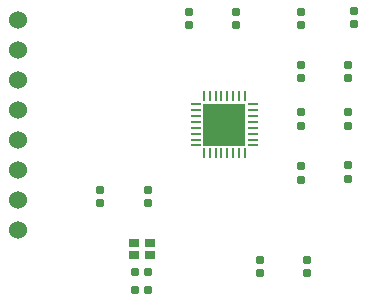
<source format=gbr>
%TF.GenerationSoftware,KiCad,Pcbnew,8.0.1*%
%TF.CreationDate,2024-07-06T10:14:10-04:00*%
%TF.ProjectId,O2 Macrodevice NFC Board KiCad,4f32204d-6163-4726-9f64-657669636520,rev?*%
%TF.SameCoordinates,Original*%
%TF.FileFunction,Soldermask,Top*%
%TF.FilePolarity,Negative*%
%FSLAX46Y46*%
G04 Gerber Fmt 4.6, Leading zero omitted, Abs format (unit mm)*
G04 Created by KiCad (PCBNEW 8.0.1) date 2024-07-06 10:14:10*
%MOMM*%
%LPD*%
G01*
G04 APERTURE LIST*
G04 Aperture macros list*
%AMRoundRect*
0 Rectangle with rounded corners*
0 $1 Rounding radius*
0 $2 $3 $4 $5 $6 $7 $8 $9 X,Y pos of 4 corners*
0 Add a 4 corners polygon primitive as box body*
4,1,4,$2,$3,$4,$5,$6,$7,$8,$9,$2,$3,0*
0 Add four circle primitives for the rounded corners*
1,1,$1+$1,$2,$3*
1,1,$1+$1,$4,$5*
1,1,$1+$1,$6,$7*
1,1,$1+$1,$8,$9*
0 Add four rect primitives between the rounded corners*
20,1,$1+$1,$2,$3,$4,$5,0*
20,1,$1+$1,$4,$5,$6,$7,0*
20,1,$1+$1,$6,$7,$8,$9,0*
20,1,$1+$1,$8,$9,$2,$3,0*%
G04 Aperture macros list end*
%ADD10R,0.838200X0.762000*%
%ADD11R,0.254000X0.812800*%
%ADD12R,0.812800X0.254000*%
%ADD13R,3.606800X3.606800*%
%ADD14C,1.524000*%
%ADD15RoundRect,0.155000X0.155000X-0.212500X0.155000X0.212500X-0.155000X0.212500X-0.155000X-0.212500X0*%
%ADD16RoundRect,0.155000X-0.155000X0.212500X-0.155000X-0.212500X0.155000X-0.212500X0.155000X0.212500X0*%
%ADD17RoundRect,0.155000X-0.212500X-0.155000X0.212500X-0.155000X0.212500X0.155000X-0.212500X0.155000X0*%
%ADD18RoundRect,0.155000X0.212500X0.155000X-0.212500X0.155000X-0.212500X-0.155000X0.212500X-0.155000X0*%
G04 APERTURE END LIST*
D10*
%TO.C,U2*%
X131675000Y-96975000D03*
X130325000Y-96975000D03*
X130325000Y-98025000D03*
X131675000Y-98025000D03*
%TD*%
D11*
%TO.C,U1*%
X136250001Y-89400300D03*
X136750000Y-89400300D03*
X137249999Y-89400300D03*
X137750000Y-89400300D03*
X138250000Y-89400300D03*
X138750001Y-89400300D03*
X139250000Y-89400300D03*
X139749999Y-89400300D03*
D12*
X140400300Y-88749999D03*
X140400300Y-88250000D03*
X140400300Y-87750001D03*
X140400300Y-87250000D03*
X140400300Y-86750000D03*
X140400300Y-86249999D03*
X140400300Y-85750000D03*
X140400300Y-85250001D03*
D11*
X139749999Y-84599700D03*
X139250000Y-84599700D03*
X138750001Y-84599700D03*
X138250000Y-84599700D03*
X137750000Y-84599700D03*
X137249999Y-84599700D03*
X136750000Y-84599700D03*
X136250001Y-84599700D03*
D12*
X135599700Y-85250001D03*
X135599700Y-85750000D03*
X135599700Y-86249999D03*
X135599700Y-86750000D03*
X135599700Y-87250000D03*
X135599700Y-87750001D03*
X135599700Y-88250000D03*
X135599700Y-88749999D03*
D13*
X138000000Y-87000000D03*
%TD*%
D14*
%TO.C,J1*%
X120500000Y-95890000D03*
X120500000Y-93350000D03*
X120500000Y-90810000D03*
X120500000Y-88270000D03*
X120500000Y-85730000D03*
X120500000Y-83190000D03*
X120500000Y-80650000D03*
X120500000Y-78110000D03*
%TD*%
D15*
%TO.C,C205*%
X149000000Y-78500000D03*
X149000000Y-77365000D03*
%TD*%
%TO.C,C203*%
X148500000Y-83067500D03*
X148500000Y-81932500D03*
%TD*%
%TO.C,C207*%
X144500000Y-87067500D03*
X144500000Y-85932500D03*
%TD*%
%TO.C,C215*%
X144500000Y-91635000D03*
X144500000Y-90500000D03*
%TD*%
%TO.C,C206*%
X148500000Y-87067500D03*
X148500000Y-85932500D03*
%TD*%
D16*
%TO.C,C201*%
X139000000Y-77432500D03*
X139000000Y-78567500D03*
%TD*%
D15*
%TO.C,C216*%
X148500000Y-91567500D03*
X148500000Y-90432500D03*
%TD*%
%TO.C,C209*%
X131500000Y-93635000D03*
X131500000Y-92500000D03*
%TD*%
%TO.C,C211*%
X141000000Y-99567500D03*
X141000000Y-98432500D03*
%TD*%
%TO.C,C204*%
X144500000Y-78567500D03*
X144500000Y-77432500D03*
%TD*%
%TO.C,C200*%
X135000000Y-78567500D03*
X135000000Y-77432500D03*
%TD*%
D17*
%TO.C,C214*%
X130432500Y-101000000D03*
X131567500Y-101000000D03*
%TD*%
D18*
%TO.C,C213*%
X130432500Y-99500000D03*
X131567500Y-99500000D03*
%TD*%
D15*
%TO.C,C210*%
X127500000Y-93635000D03*
X127500000Y-92500000D03*
%TD*%
%TO.C,C202*%
X144500000Y-83067500D03*
X144500000Y-81932500D03*
%TD*%
%TO.C,C212*%
X145000000Y-99567500D03*
X145000000Y-98432500D03*
%TD*%
M02*

</source>
